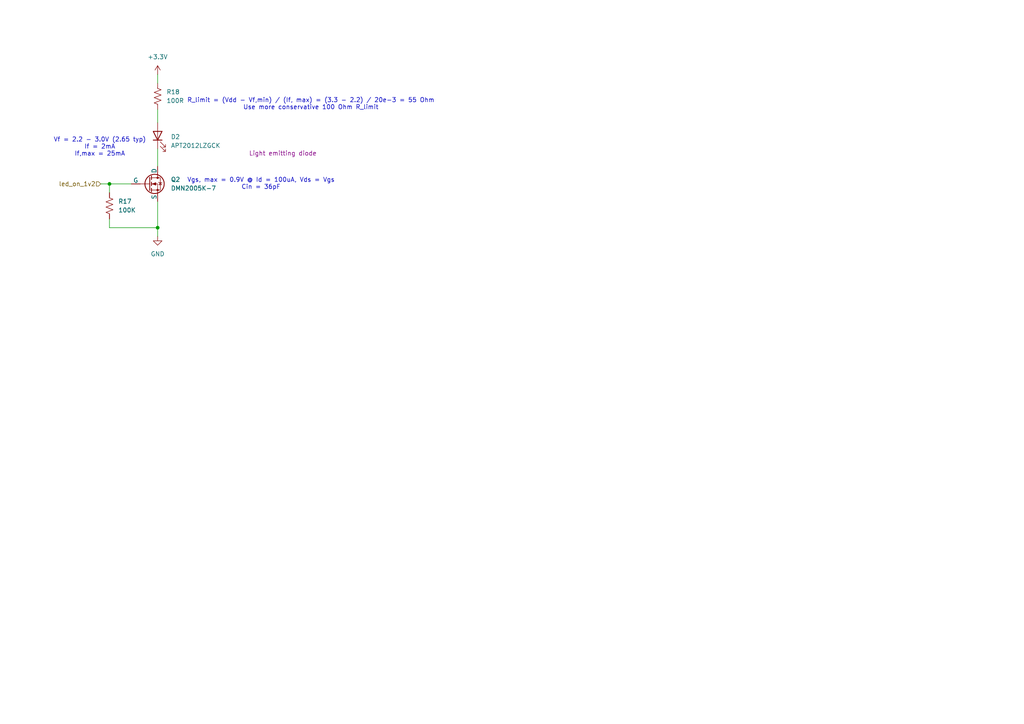
<source format=kicad_sch>
(kicad_sch (version 20231120) (generator "eeschema") (generator_version "8.0")
  (paper "A4")
  (title_block (title "Maveric Board") (date "2024-06-10") (rev "0") (comment 1 "Drawn By: Vighnesh Iyer"))
  (lib_symbols
    (symbol "Device:LED" (pin_numbers hide) (pin_names (offset 1.016) hide)
      (property "Reference" "D" (at 0 2.54 0))
      (property "Value" "LED" (at 0 -2.54 0))
      (symbol "LED_0_1"
        (polyline (pts (xy -1.27 -1.27) (xy -1.27 1.27)) (stroke (width 0.254)))
        (polyline (pts (xy -1.27 0) (xy 1.27 0)))
        (polyline (pts (xy 1.27 -1.27) (xy 1.27 1.27) (xy -1.27 0) (xy 1.27 -1.27)) (stroke (width 0.254)))
        (polyline (pts (xy -3.048 -0.762) (xy -4.572 -2.286) (xy -3.81 -2.286) (xy -4.572 -2.286) (xy -4.572 -1.524)))
        (polyline (pts (xy -1.778 -0.762) (xy -3.302 -2.286) (xy -2.54 -2.286) (xy -3.302 -2.286) (xy -3.302 -1.524)))
      )
      (symbol "LED_1_1"
        (pin passive line (at -3.81 0 0) (length 2.54) (name "K") (number "1"))
        (pin passive line (at 3.81 0 180) (length 2.54) (name "A") (number "2"))
      )
    )
    (symbol "Device:R_US" (pin_numbers hide) (pin_names (offset 0))
      (property "Reference" "R" (at 2.54 0 90))
      (property "Value" "R_US" (at -2.54 0 90))
      (symbol "R_US_0_1"
        (polyline (pts (xy 0 -2.286) (xy 0 -2.54)))
        (polyline (pts (xy 0 2.286) (xy 0 2.54)))
        (polyline (pts (xy 0 -0.762) (xy 1.016 -1.143) (xy 0 -1.524) (xy -1.016 -1.905) (xy 0 -2.286)))
        (polyline (pts (xy 0 0.762) (xy 1.016 0.381) (xy 0 0) (xy -1.016 -0.381) (xy 0 -0.762)))
        (polyline (pts (xy 0 2.286) (xy 1.016 1.905) (xy 0 1.524) (xy -1.016 1.143) (xy 0 0.762)))
      )
      (symbol "R_US_1_1"
        (pin passive line (at 0 3.81 270) (length 1.27) (name "~") (number "1"))
        (pin passive line (at 0 -3.81 90) (length 1.27) (name "~") (number "2"))
      )
    )
    (symbol "Simulation_SPICE:NMOS" (pin_numbers hide) (pin_names (offset 0))
      (property "Reference" "Q" (at 5.08 1.27 0))
      (property "Value" "NMOS" (at 5.08 -1.27 0))
      (symbol "NMOS_0_1"
        (polyline (pts (xy 0.254 0) (xy -2.54 0)))
        (polyline (pts (xy 0.254 1.905) (xy 0.254 -1.905)) (stroke (width 0.254)))
        (polyline (pts (xy 0.762 -1.27) (xy 0.762 -2.286)) (stroke (width 0.254)))
        (polyline (pts (xy 0.762 0.508) (xy 0.762 -0.508)) (stroke (width 0.254)))
        (polyline (pts (xy 0.762 2.286) (xy 0.762 1.27)) (stroke (width 0.254)))
        (polyline (pts (xy 2.54 2.54) (xy 2.54 1.778)))
        (polyline (pts (xy 2.54 -2.54) (xy 2.54 0) (xy 0.762 0)))
        (polyline (pts (xy 0.762 -1.778) (xy 3.302 -1.778) (xy 3.302 1.778) (xy 0.762 1.778)))
        (polyline (pts (xy 1.016 0) (xy 2.032 0.381) (xy 2.032 -0.381) (xy 1.016 0)) (fill (type outline)))
        (polyline (pts (xy 2.794 0.508) (xy 2.921 0.381) (xy 3.683 0.381) (xy 3.81 0.254)))
        (polyline (pts (xy 3.302 0.381) (xy 2.921 -0.254) (xy 3.683 -0.254) (xy 3.302 0.381)))
        (circle (center 1.651 0) (radius 2.794) (stroke (width 0.254)))
        (circle (center 2.54 -1.778) (radius 0.254) (fill (type outline)))
        (circle (center 2.54 1.778) (radius 0.254) (fill (type outline)))
      )
      (symbol "NMOS_1_1"
        (pin passive line (at 2.54 5.08 270) (length 2.54) (name "D") (number "1"))
        (pin input line (at -5.08 0 0) (length 2.54) (name "G") (number "2"))
        (pin passive line (at 2.54 -5.08 90) (length 2.54) (name "S") (number "3"))
      )
    )
    (symbol "power:+3.3V" (power) (pin_numbers hide) (pin_names (offset 0) hide)
      (property "Value" "+3.3V" (at 0 3.556 0))
      (symbol "+3.3V_0_1"
        (polyline (pts (xy -0.762 1.27) (xy 0 2.54)))
        (polyline (pts (xy 0 0) (xy 0 2.54)))
        (polyline (pts (xy 0 2.54) (xy 0.762 1.27)))
      )
      (symbol "+3.3V_1_1"
        (pin power_in line (at 0 0 90) (length 0) (name "~") (number "1"))
      )
    )
    (symbol "power:GND" (power) (pin_numbers hide) (pin_names (offset 0) hide)
      (property "Value" "GND" (at 0 -3.81 0))
      (symbol "GND_0_1"
        (polyline (pts (xy 0 0) (xy 0 -1.27) (xy 1.27 -1.27) (xy 0 -2.54) (xy -1.27 -1.27) (xy 0 -1.27)))
      )
      (symbol "GND_1_1"
        (pin power_in line (at 0 0 270) (length 0) (name "~") (number "1"))
      )
    )
  )
  (junction (at 31.75 53.34))
  (junction (at 45.72 66.04))
  (wire (pts (xy 29.21 53.34) (xy 31.75 53.34)))
  (wire (pts (xy 31.75 66.04) (xy 31.75 63.5)))
  (wire (pts (xy 45.72 66.04) (xy 45.72 68.58)))
  (wire (pts (xy 45.72 43.18) (xy 45.72 48.26)))
  (wire (pts (xy 31.75 55.88) (xy 31.75 53.34)))
  (wire (pts (xy 31.75 66.04) (xy 45.72 66.04)))
  (wire (pts (xy 45.72 58.42) (xy 45.72 66.04)))
  (wire (pts (xy 45.72 21.59) (xy 45.72 24.13)))
  (wire (pts (xy 45.72 31.75) (xy 45.72 35.56)))
  (wire (pts (xy 31.75 53.34) (xy 38.1 53.34)))
  (text "Vf = 2.2 - 3.0V (2.65 typ)\nIf = 2mA\nIf,max = 25mA" (at 28.956 42.672 0) (effects (font (size 1.27 1.27))))
  (text "R_limit = (Vdd - Vf,min) / (If, max) = (3.3 - 2.2) / 20e-3 = 55 Ohm\nUse more conservative 100 Ohm R_limit" (at 90.17 30.226 0) (effects (font (size 1.27 1.27))))
  (text "Vgs, max = 0.9V @ Id = 100uA, Vds = Vgs\nCin = 36pF" (at 75.692 53.34 0) (effects (font (size 1.27 1.27))))
  (hierarchical_label "led_on_1v2" (shape input) (at 29.21 53.34 180))
  (symbol (lib_id "power:GND") (at 45.72 68.58 0) (unit 1)
    (property "Reference" "#PWR095" (effects (hide yes)))
    (property "Value" "GND" (at 45.72 73.66 0))
    (property "Description" "Power symbol creates a global label with name \"GND\" , ground" (effects (hide yes)))
    (instances (project "maveric-board" (path "" (reference "#PWR095") (unit 1)) (path "" (reference "#PWR097") (unit 1)) (path "" (reference "#PWR099") (unit 1)) (path "" (reference "#PWR093") (unit 1)) (path "" (reference "#PWR0101") (unit 1))))
  )
  (symbol (lib_id "Simulation_SPICE:NMOS") (at 43.18 53.34 0) (unit 1)
    (property "Reference" "Q2" (at 49.53 52.0699 0) (effects (justify left)))
    (property "Value" "DMN2005K-7" (at 49.53 54.6099 0) (effects (justify left)))
    (property "Footprint" "maveric-parts:SOT95P240X120-3N" (effects (hide yes)))
    (property "Datasheet" "https://ngspice.sourceforge.io/docs/ngspice-html-manual/manual.xhtml#cha_MOSFETs" (effects (hide yes)))
    (property "Description" "N-MOSFET transistor, drain/source/gate" (effects (hide yes)))
    (property "JLCPCB Part #" "C260950" (effects (hide yes)))
    (property "Sim.Device" "NMOS" (effects (hide yes)))
    (property "Sim.Type" "VDMOS" (effects (hide yes)))
    (property "Sim.Pins" "1=D 2=G 3=S" (effects (hide yes)))
    (instances (project "maveric-board" (path "" (reference "Q2") (unit 1)) (path "" (reference "Q3") (unit 1)) (path "" (reference "Q4") (unit 1)) (path "" (reference "Q1") (unit 1)) (path "" (reference "Q5") (unit 1))))
  )
  (symbol (lib_id "Device:R_US") (at 45.72 27.94 0) (unit 1)
    (property "Reference" "R18" (at 48.26 26.6699 0) (effects (justify left)))
    (property "Value" "100R" (at 48.26 29.2099 0) (effects (justify left)))
    (property "Footprint" "Resistor_SMD:R_0603_1608Metric" (effects (hide yes)))
    (property "Description" "0603WAF1000T5E" (effects (hide yes)))
    (property "JLCPCB Part #" "C22775" (effects (hide yes)))
    (instances (project "maveric-board" (path "" (reference "R18") (unit 1)) (path "" (reference "R20") (unit 1)) (path "" (reference "R22") (unit 1)) (path "" (reference "R16") (unit 1)) (path "" (reference "R24") (unit 1))))
  )
  (symbol (lib_id "power:+3.3V") (at 45.72 21.59 0) (unit 1)
    (property "Reference" "#PWR092" (effects (hide yes)))
    (property "Value" "+3.3V" (at 45.72 16.51 0))
    (property "Description" "Power symbol creates a global label with name \"+3.3V\"" (effects (hide yes)))
    (instances (project "" (path "" (reference "#PWR092") (unit 1)) (path "" (reference "#PWR094") (unit 1)) (path "" (reference "#PWR096") (unit 1)) (path "" (reference "#PWR023") (unit 1)) (path "" (reference "#PWR098") (unit 1))))
  )
  (symbol (lib_id "Device:R_US") (at 31.75 59.69 0) (unit 1)
    (property "Reference" "R17" (at 34.29 58.4199 0) (effects (justify left)))
    (property "Value" "100K" (at 34.29 60.9599 0) (effects (justify left)))
    (property "Footprint" "Resistor_SMD:R_0603_1608Metric" (effects (hide yes)))
    (property "Description" "Resistor, US symbol" (effects (hide yes)))
    (property "JLCPCB Part #" "C25803" (effects (hide yes)))
    (instances (project "maveric-board" (path "" (reference "R17") (unit 1)) (path "" (reference "R19") (unit 1)) (path "" (reference "R21") (unit 1)) (path "" (reference "R15") (unit 1)) (path "" (reference "R23") (unit 1))))
  )
  (symbol (lib_id "Device:LED") (at 45.72 39.37 90) (unit 1)
    (property "Reference" "D2" (at 49.53 39.6874 90) (effects (justify right)))
    (property "Value" "APT2012LZGCK" (at 49.53 42.2274 90) (effects (justify right)))
    (property "Footprint" "maveric-parts:APT2012LZGCK" (effects (hide yes)))
    (property "Description" "Light emitting diode" (at 82.042 44.45 90))
    (property "JLCPCB Part #" "C5569446" (effects (hide yes)))
    (instances (project "maveric-board" (path "" (reference "D2") (unit 1)) (path "" (reference "D3") (unit 1)) (path "" (reference "D4") (unit 1)) (path "" (reference "D1") (unit 1)) (path "" (reference "D5") (unit 1))))
  )
)
</source>
